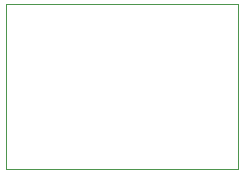
<source format=gbr>
G04 #@! TF.GenerationSoftware,KiCad,Pcbnew,(5.1.0)-1*
G04 #@! TF.CreationDate,2019-07-29T23:07:27-07:00*
G04 #@! TF.ProjectId,WireFreeV4_Release,57697265-4672-4656-9556-345f52656c65,rev?*
G04 #@! TF.SameCoordinates,Original*
G04 #@! TF.FileFunction,Profile,NP*
%FSLAX46Y46*%
G04 Gerber Fmt 4.6, Leading zero omitted, Abs format (unit mm)*
G04 Created by KiCad (PCBNEW (5.1.0)-1) date 2019-07-29 23:07:27*
%MOMM*%
%LPD*%
G04 APERTURE LIST*
%ADD10C,0.050000*%
G04 APERTURE END LIST*
D10*
X130400000Y-98300000D02*
X130400000Y-84400000D01*
X150010000Y-98300000D02*
X130400000Y-98300000D01*
X150000000Y-84400000D02*
X150010000Y-98300000D01*
X130400000Y-84400000D02*
X150000000Y-84400000D01*
M02*

</source>
